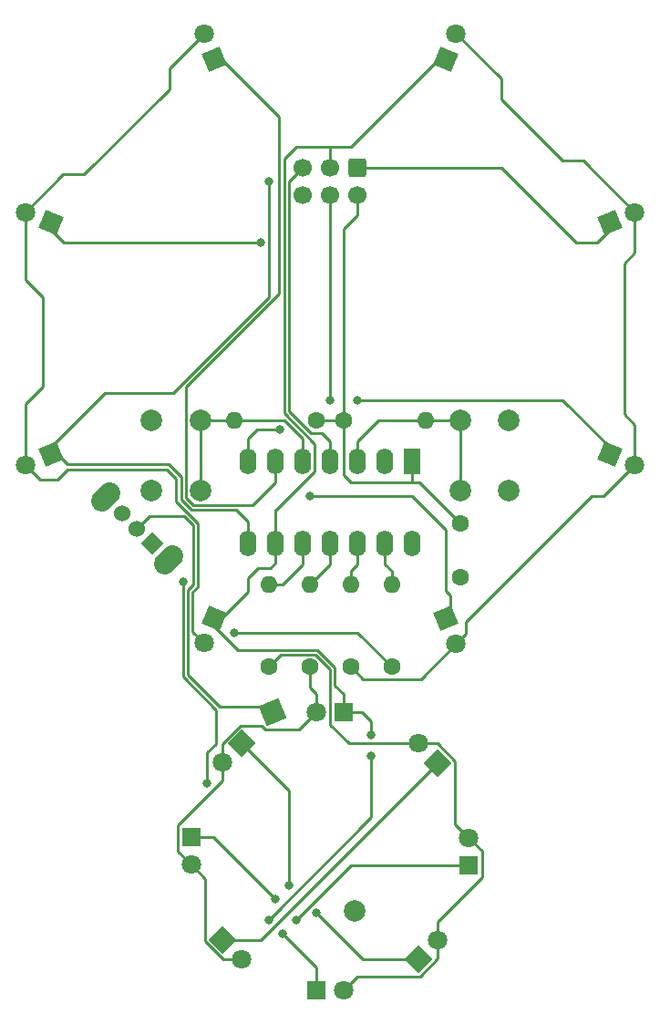
<source format=gbr>
%TF.GenerationSoftware,KiCad,Pcbnew,9.0.0*%
%TF.CreationDate,2025-02-27T14:29:49+01:00*%
%TF.ProjectId,CogLightBadgeTHT,436f674c-6967-4687-9442-616467655448,rev?*%
%TF.SameCoordinates,Original*%
%TF.FileFunction,Copper,L1,Top*%
%TF.FilePolarity,Positive*%
%FSLAX46Y46*%
G04 Gerber Fmt 4.6, Leading zero omitted, Abs format (unit mm)*
G04 Created by KiCad (PCBNEW 9.0.0) date 2025-02-27 14:29:49*
%MOMM*%
%LPD*%
G01*
G04 APERTURE LIST*
G04 Aperture macros list*
%AMRoundRect*
0 Rectangle with rounded corners*
0 $1 Rounding radius*
0 $2 $3 $4 $5 $6 $7 $8 $9 X,Y pos of 4 corners*
0 Add a 4 corners polygon primitive as box body*
4,1,4,$2,$3,$4,$5,$6,$7,$8,$9,$2,$3,0*
0 Add four circle primitives for the rounded corners*
1,1,$1+$1,$2,$3*
1,1,$1+$1,$4,$5*
1,1,$1+$1,$6,$7*
1,1,$1+$1,$8,$9*
0 Add four rect primitives between the rounded corners*
20,1,$1+$1,$2,$3,$4,$5,0*
20,1,$1+$1,$4,$5,$6,$7,0*
20,1,$1+$1,$6,$7,$8,$9,0*
20,1,$1+$1,$8,$9,$2,$3,0*%
%AMHorizOval*
0 Thick line with rounded ends*
0 $1 width*
0 $2 $3 position (X,Y) of the first rounded end (center of the circle)*
0 $4 $5 position (X,Y) of the second rounded end (center of the circle)*
0 Add line between two ends*
20,1,$1,$2,$3,$4,$5,0*
0 Add two circle primitives to create the rounded ends*
1,1,$1,$2,$3*
1,1,$1,$4,$5*%
%AMRotRect*
0 Rectangle, with rotation*
0 The origin of the aperture is its center*
0 $1 length*
0 $2 width*
0 $3 Rotation angle, in degrees counterclockwise*
0 Add horizontal line*
21,1,$1,$2,0,0,$3*%
G04 Aperture macros list end*
%TA.AperFunction,ComponentPad*%
%ADD10RotRect,1.800000X1.800000X315.000000*%
%TD*%
%TA.AperFunction,ComponentPad*%
%ADD11C,1.800000*%
%TD*%
%TA.AperFunction,ComponentPad*%
%ADD12R,1.800000X1.800000*%
%TD*%
%TA.AperFunction,ComponentPad*%
%ADD13RotRect,1.800000X1.800000X135.000000*%
%TD*%
%TA.AperFunction,ComponentPad*%
%ADD14RotRect,1.800000X1.800000X157.500000*%
%TD*%
%TA.AperFunction,ComponentPad*%
%ADD15RotRect,1.800000X1.800000X202.500000*%
%TD*%
%TA.AperFunction,ComponentPad*%
%ADD16RotRect,1.800000X1.800000X247.500000*%
%TD*%
%TA.AperFunction,ComponentPad*%
%ADD17RotRect,1.800000X1.800000X292.500000*%
%TD*%
%TA.AperFunction,ComponentPad*%
%ADD18RotRect,1.800000X1.800000X337.500000*%
%TD*%
%TA.AperFunction,ComponentPad*%
%ADD19RotRect,1.800000X1.800000X22.500000*%
%TD*%
%TA.AperFunction,ComponentPad*%
%ADD20RotRect,1.800000X1.800000X67.500000*%
%TD*%
%TA.AperFunction,ComponentPad*%
%ADD21RotRect,1.800000X1.800000X112.500000*%
%TD*%
%TA.AperFunction,ComponentPad*%
%ADD22RotRect,1.800000X1.800000X45.000000*%
%TD*%
%TA.AperFunction,ComponentPad*%
%ADD23RotRect,1.800000X1.800000X225.000000*%
%TD*%
%TA.AperFunction,ComponentPad*%
%ADD24C,2.000000*%
%TD*%
%TA.AperFunction,ComponentPad*%
%ADD25RotRect,2.000000X2.000000X202.500000*%
%TD*%
%TA.AperFunction,ComponentPad*%
%ADD26R,1.600000X2.400000*%
%TD*%
%TA.AperFunction,ComponentPad*%
%ADD27O,1.600000X2.400000*%
%TD*%
%TA.AperFunction,ComponentPad*%
%ADD28C,1.600000*%
%TD*%
%TA.AperFunction,ComponentPad*%
%ADD29O,1.600000X1.600000*%
%TD*%
%TA.AperFunction,ComponentPad*%
%ADD30RotRect,1.524000X1.524000X135.000000*%
%TD*%
%TA.AperFunction,ComponentPad*%
%ADD31C,1.524000*%
%TD*%
%TA.AperFunction,ComponentPad*%
%ADD32HorizOval,2.000000X0.353553X0.353553X-0.353553X-0.353553X0*%
%TD*%
%TA.AperFunction,ComponentPad*%
%ADD33RoundRect,0.250000X-0.600000X0.600000X-0.600000X-0.600000X0.600000X-0.600000X0.600000X0.600000X0*%
%TD*%
%TA.AperFunction,ComponentPad*%
%ADD34C,1.700000*%
%TD*%
%TA.AperFunction,ViaPad*%
%ADD35C,0.800000*%
%TD*%
%TA.AperFunction,Conductor*%
%ADD36C,0.250000*%
%TD*%
G04 APERTURE END LIST*
D10*
%TO.P,D12,1*%
%TO.N,/sink4*%
X66183202Y-132016332D03*
D11*
%TO.P,D12,2*%
%TO.N,Net-(D10-Pad2)*%
X67979253Y-133812383D03*
%TD*%
D12*
%TO.P,D15,1*%
%TO.N,/sink3*%
X89078839Y-125074814D03*
D11*
%TO.P,D15,2*%
%TO.N,Net-(D13-Pad2)*%
X89078839Y-122534814D03*
%TD*%
D13*
%TO.P,D16,1*%
%TO.N,/sink4*%
X86216960Y-115596882D03*
D11*
%TO.P,D16,2*%
%TO.N,Net-(D13-Pad2)*%
X84420909Y-113800831D03*
%TD*%
%TO.P,D3,2*%
%TO.N,Net-(D1-Pad2)*%
X47903221Y-64482995D03*
D14*
%TO.P,D3,1*%
%TO.N,/sink3*%
X50249875Y-65455011D03*
%TD*%
D11*
%TO.P,D2,2*%
%TO.N,Net-(D1-Pad2)*%
X47904476Y-87915749D03*
D15*
%TO.P,D2,1*%
%TO.N,/sink2*%
X50251130Y-86943733D03*
%TD*%
D11*
%TO.P,D1,2*%
%TO.N,Net-(D1-Pad2)*%
X64480283Y-104493811D03*
D16*
%TO.P,D1,1*%
%TO.N,/sink1*%
X65452299Y-102147157D03*
%TD*%
D12*
%TO.P,D9,1*%
%TO.N,/sink1*%
X77468100Y-110917765D03*
D11*
%TO.P,D9,2*%
%TO.N,Net-(D10-Pad2)*%
X74928100Y-110917765D03*
%TD*%
%TO.P,D8,2*%
%TO.N,Net-(D5-Pad2)*%
X87914586Y-104512789D03*
D17*
%TO.P,D8,1*%
%TO.N,/sink4*%
X86942570Y-102166135D03*
%TD*%
D18*
%TO.P,D7,1*%
%TO.N,/sink3*%
X102154310Y-86951258D03*
D11*
%TO.P,D7,2*%
%TO.N,Net-(D5-Pad2)*%
X104500964Y-87923274D03*
%TD*%
D19*
%TO.P,D6,1*%
%TO.N,/sink2*%
X102143312Y-65441119D03*
D11*
%TO.P,D6,2*%
%TO.N,Net-(D5-Pad2)*%
X104489966Y-64469103D03*
%TD*%
%TO.P,D5,2*%
%TO.N,Net-(D5-Pad2)*%
X87910256Y-47905003D03*
D20*
%TO.P,D5,1*%
%TO.N,/sink1*%
X86938240Y-50251657D03*
%TD*%
D11*
%TO.P,D4,2*%
%TO.N,Net-(D1-Pad2)*%
X64492714Y-47903782D03*
D21*
%TO.P,D4,1*%
%TO.N,/sink4*%
X65464730Y-50250436D03*
%TD*%
D11*
%TO.P,D11,2*%
%TO.N,Net-(D10-Pad2)*%
X63311052Y-125068504D03*
D12*
%TO.P,D11,1*%
%TO.N,/sink3*%
X63311052Y-122528504D03*
%TD*%
D11*
%TO.P,D14,2*%
%TO.N,Net-(D13-Pad2)*%
X86210916Y-132012193D03*
D22*
%TO.P,D14,1*%
%TO.N,/sink2*%
X84414865Y-133808244D03*
%TD*%
D12*
%TO.P,D13,1*%
%TO.N,/sink1*%
X74928347Y-136678639D03*
D11*
%TO.P,D13,2*%
%TO.N,Net-(D13-Pad2)*%
X77468347Y-136678639D03*
%TD*%
%TO.P,D10,2*%
%TO.N,Net-(D10-Pad2)*%
X66194117Y-115586576D03*
D23*
%TO.P,D10,1*%
%TO.N,/sink2*%
X67990168Y-113790525D03*
%TD*%
D24*
%TO.P,BT1,2*%
%TO.N,GND*%
X78496101Y-129368277D03*
D25*
%TO.P,BT1,1*%
%TO.N,Net-(BT1-Pad1)*%
X70842432Y-110890687D03*
%TD*%
D26*
%TO.P,U1,1*%
%TO.N,VCC*%
X83820000Y-87630000D03*
D27*
%TO.P,U1,8*%
%TO.N,/sink2*%
X68580000Y-95250000D03*
%TO.P,U1,2*%
%TO.N,Net-(U1-Pad2)*%
X81280000Y-87630000D03*
%TO.P,U1,9*%
%TO.N,/sink1*%
X71120000Y-95250000D03*
%TO.P,U1,3*%
%TO.N,Net-(R6-Pad2)*%
X78740000Y-87630000D03*
%TO.P,U1,10*%
%TO.N,/source4*%
X73660000Y-95250000D03*
%TO.P,U1,4*%
%TO.N,Net-(J1-Pad5)*%
X76200000Y-87630000D03*
%TO.P,U1,11*%
%TO.N,/source3*%
X76200000Y-95250000D03*
%TO.P,U1,5*%
%TO.N,Net-(R5-Pad2)*%
X73660000Y-87630000D03*
%TO.P,U1,12*%
%TO.N,/source2*%
X78740000Y-95250000D03*
%TO.P,U1,6*%
%TO.N,/sink4*%
X71120000Y-87630000D03*
%TO.P,U1,13*%
%TO.N,/source1*%
X81280000Y-95250000D03*
%TO.P,U1,7*%
%TO.N,/sink3*%
X68580000Y-87630000D03*
%TO.P,U1,14*%
%TO.N,GND*%
X83820000Y-95250000D03*
%TD*%
D28*
%TO.P,R3,1*%
%TO.N,Net-(D10-Pad2)*%
X74295000Y-106680000D03*
D29*
%TO.P,R3,2*%
%TO.N,/source3*%
X74295000Y-99060000D03*
%TD*%
%TO.P,R4,2*%
%TO.N,/source4*%
X70485000Y-99060000D03*
D28*
%TO.P,R4,1*%
%TO.N,Net-(D13-Pad2)*%
X70485000Y-106680000D03*
%TD*%
%TO.P,R1,1*%
%TO.N,Net-(D1-Pad2)*%
X81915000Y-106680000D03*
D29*
%TO.P,R1,2*%
%TO.N,/source1*%
X81915000Y-99060000D03*
%TD*%
%TO.P,R2,2*%
%TO.N,/source2*%
X78105000Y-99060000D03*
D28*
%TO.P,R2,1*%
%TO.N,Net-(D5-Pad2)*%
X78105000Y-106680000D03*
%TD*%
%TO.P,C1,2*%
%TO.N,GND*%
X88265000Y-98345000D03*
%TO.P,C1,1*%
%TO.N,VCC*%
X88265000Y-93345000D03*
%TD*%
D29*
%TO.P,R5,2*%
%TO.N,Net-(R5-Pad2)*%
X67310000Y-83820000D03*
D28*
%TO.P,R5,1*%
%TO.N,VCC*%
X74930000Y-83820000D03*
%TD*%
D24*
%TO.P,SW2,2*%
%TO.N,GND*%
X59635000Y-83820000D03*
%TO.P,SW2,1*%
%TO.N,Net-(R5-Pad2)*%
X64135000Y-83820000D03*
%TO.P,SW2,2*%
%TO.N,GND*%
X59635000Y-90320000D03*
%TO.P,SW2,1*%
%TO.N,Net-(R5-Pad2)*%
X64135000Y-90320000D03*
%TD*%
D30*
%TO.P,SW1,1*%
%TO.N,Net-(SW1-Pad1)*%
X59690000Y-95250000D03*
D31*
%TO.P,SW1,2*%
%TO.N,Net-(BT1-Pad1)*%
X58275786Y-93835786D03*
%TO.P,SW1,3*%
%TO.N,VCC*%
X56861572Y-92421572D03*
D32*
%TO.P,SW1,*%
%TO.N,*%
X61174924Y-96734924D03*
X55376648Y-90936648D03*
%TD*%
D28*
%TO.P,R6,1*%
%TO.N,VCC*%
X77470000Y-83820000D03*
D29*
%TO.P,R6,2*%
%TO.N,Net-(R6-Pad2)*%
X85090000Y-83820000D03*
%TD*%
D24*
%TO.P,SW3,1*%
%TO.N,Net-(R6-Pad2)*%
X88265000Y-83820000D03*
%TO.P,SW3,2*%
%TO.N,GND*%
X92765000Y-83820000D03*
%TO.P,SW3,1*%
%TO.N,Net-(R6-Pad2)*%
X88265000Y-90320000D03*
%TO.P,SW3,2*%
%TO.N,GND*%
X92765000Y-90320000D03*
%TD*%
D33*
%TO.P,J1,1*%
%TO.N,/sink2*%
X78740000Y-60325000D03*
D34*
%TO.P,J1,3*%
%TO.N,/sink1*%
X76200000Y-60325000D03*
%TO.P,J1,5*%
%TO.N,Net-(J1-Pad5)*%
X73660000Y-60325000D03*
%TO.P,J1,2*%
%TO.N,VCC*%
X78740000Y-62865000D03*
%TO.P,J1,4*%
%TO.N,/sink3*%
X76200000Y-62865000D03*
%TO.P,J1,6*%
%TO.N,GND*%
X73660000Y-62865000D03*
%TD*%
D35*
%TO.N,Net-(D1-Pad2)*%
X67310000Y-103505000D03*
%TO.N,/sink1*%
X71755000Y-131445000D03*
X70485000Y-130175000D03*
X80010000Y-114935000D03*
X80010000Y-113030000D03*
%TO.N,/sink2*%
X70485000Y-61595000D03*
X74930000Y-129540000D03*
X72390000Y-127000000D03*
%TO.N,/sink3*%
X76200000Y-81915000D03*
X69760000Y-67310000D03*
X78740000Y-81915000D03*
X71559847Y-84650153D03*
X73025000Y-130175000D03*
X71120000Y-128270000D03*
X64770000Y-117475000D03*
X62536481Y-98753519D03*
%TO.N,/sink4*%
X74295000Y-90805000D03*
%TD*%
D36*
%TO.N,Net-(BT1-Pad1)*%
X63500000Y-93555232D02*
X62654768Y-92710000D01*
X63500000Y-99058590D02*
X63500000Y-93555232D01*
X62986491Y-99572099D02*
X63500000Y-99058590D01*
X62986491Y-107436491D02*
X62986491Y-99572099D01*
X65913000Y-110363000D02*
X62986491Y-107436491D01*
X69977000Y-110363000D02*
X65913000Y-110363000D01*
X59401572Y-92710000D02*
X58275786Y-93835786D01*
X70504687Y-110890687D02*
X69977000Y-110363000D01*
X62654768Y-92710000D02*
X59401572Y-92710000D01*
X70842432Y-110890687D02*
X70504687Y-110890687D01*
%TO.N,Net-(D1-Pad2)*%
X51426216Y-60960000D02*
X47903221Y-64482995D01*
X53340000Y-60960000D02*
X51426216Y-60960000D01*
X61277500Y-51118996D02*
X61277500Y-53022500D01*
X64492714Y-47903782D02*
X61277500Y-51118996D01*
X61277500Y-53022500D02*
X53340000Y-60960000D01*
X47903221Y-64482995D02*
X47903221Y-70763221D01*
X47903221Y-70763221D02*
X49530000Y-72390000D01*
X49530000Y-72390000D02*
X49530000Y-80645000D01*
X47904476Y-82270524D02*
X47904476Y-87915749D01*
X49530000Y-80645000D02*
X47904476Y-82270524D01*
X78740000Y-103505000D02*
X81915000Y-106680000D01*
X67310000Y-103505000D02*
X78740000Y-103505000D01*
X64480283Y-104493811D02*
X63500000Y-103513528D01*
X63436500Y-103450028D02*
X64480283Y-104493811D01*
X63950010Y-99244990D02*
X63436500Y-99758500D01*
X63950010Y-93368832D02*
X63950010Y-99244990D01*
X61909979Y-89216389D02*
X61909979Y-91328801D01*
X61027600Y-88334010D02*
X61909979Y-89216389D01*
X63436500Y-99758500D02*
X63436500Y-103450028D01*
X51828162Y-88334010D02*
X61027600Y-88334010D01*
X50904086Y-89258086D02*
X51828162Y-88334010D01*
X61909979Y-91328801D02*
X63950010Y-93368832D01*
X49246813Y-89258086D02*
X50904086Y-89258086D01*
X47904476Y-87915749D02*
X49246813Y-89258086D01*
%TO.N,/sink1*%
X76200000Y-60325000D02*
X76200000Y-58420000D01*
X86273343Y-50251657D02*
X86938240Y-50251657D01*
X78105000Y-58420000D02*
X86273343Y-50251657D01*
X76200000Y-58420000D02*
X78105000Y-58420000D01*
X71120000Y-92075000D02*
X71120000Y-95250000D01*
X71206004Y-92075000D02*
X71120000Y-92075000D01*
X74785010Y-85976422D02*
X74785010Y-88495994D01*
X71939990Y-83131402D02*
X74785010Y-85976422D01*
X71939990Y-59505010D02*
X71939990Y-83131402D01*
X73025000Y-58420000D02*
X71939990Y-59505010D01*
X74785010Y-88495994D02*
X71206004Y-92075000D01*
X76200000Y-58420000D02*
X73025000Y-58420000D01*
X77468100Y-109218100D02*
X77468100Y-110917765D01*
X76650010Y-106733598D02*
X76650010Y-108400010D01*
X75021402Y-105104990D02*
X76650010Y-106733598D01*
X76650010Y-108400010D02*
X77468100Y-109218100D01*
X67639990Y-105104990D02*
X75021402Y-105104990D01*
X65452299Y-102917299D02*
X67639990Y-105104990D01*
X65452299Y-102147157D02*
X65452299Y-102917299D01*
X74928347Y-134618347D02*
X71755000Y-131445000D01*
X74928347Y-136678639D02*
X74928347Y-134618347D01*
X80010000Y-120650000D02*
X80010000Y-114935000D01*
X70485000Y-130175000D02*
X80010000Y-120650000D01*
X79167765Y-110917765D02*
X77468100Y-110917765D01*
X80010000Y-111760000D02*
X79167765Y-110917765D01*
X80010000Y-113030000D02*
X80010000Y-111760000D01*
X65452299Y-102147157D02*
X66127843Y-102147157D01*
X68580000Y-99695000D02*
X68580000Y-98425000D01*
X66127843Y-102147157D02*
X68580000Y-99695000D01*
X71120000Y-95250000D02*
X71120000Y-97028000D01*
X70675500Y-97472500D02*
X69532500Y-97472500D01*
X71120000Y-97028000D02*
X70675500Y-97472500D01*
X69532500Y-97472500D02*
X68580000Y-98425000D01*
%TO.N,/sink2*%
X102143312Y-65441119D02*
X102143312Y-66131688D01*
X102143312Y-66131688D02*
X100965000Y-67310000D01*
X99060000Y-67310000D02*
X92075000Y-60325000D01*
X100965000Y-67310000D02*
X99060000Y-67310000D01*
X78740000Y-60325000D02*
X92075000Y-60325000D01*
X50251130Y-86273870D02*
X50251130Y-86943733D01*
X55245000Y-81280000D02*
X50251130Y-86273870D01*
X61593590Y-81280000D02*
X55245000Y-81280000D01*
X70485000Y-72388590D02*
X61593590Y-81280000D01*
X70485000Y-61595000D02*
X70485000Y-72388590D01*
X79198244Y-133808244D02*
X74930000Y-129540000D01*
X84414865Y-133808244D02*
X79198244Y-133808244D01*
X72390000Y-118190357D02*
X67990168Y-113790525D01*
X72390000Y-127000000D02*
X72390000Y-118190357D01*
X50875733Y-86943733D02*
X50251130Y-86943733D01*
X51816000Y-87884000D02*
X50875733Y-86943733D01*
X62359989Y-89029989D02*
X61214000Y-87884000D01*
X62359989Y-91142401D02*
X62359989Y-89029989D01*
X61214000Y-87884000D02*
X51816000Y-87884000D01*
X63312599Y-92095011D02*
X62359989Y-91142401D01*
X67457011Y-92095011D02*
X63312599Y-92095011D01*
X68580000Y-93218000D02*
X67457011Y-92095011D01*
X68580000Y-95250000D02*
X68580000Y-93218000D01*
%TO.N,/sink3*%
X76200000Y-62865000D02*
X76200000Y-81915000D01*
X67945000Y-67310000D02*
X69760000Y-67310000D01*
X51435000Y-67310000D02*
X67945000Y-67310000D01*
X50249875Y-66124875D02*
X51435000Y-67310000D01*
X50249875Y-65455011D02*
X50249875Y-66124875D01*
X78740000Y-81915000D02*
X97790000Y-81915000D01*
X102154310Y-86279310D02*
X102154310Y-86951258D01*
X97790000Y-81915000D02*
X102154310Y-86279310D01*
X71559847Y-84650153D02*
X69410153Y-84650153D01*
X68580000Y-85480306D02*
X68580000Y-87630000D01*
X69410153Y-84650153D02*
X68580000Y-85480306D01*
X78125186Y-125074814D02*
X73025000Y-130175000D01*
X89078839Y-125074814D02*
X78125186Y-125074814D01*
X65378504Y-122528504D02*
X63311052Y-122528504D01*
X71120000Y-128270000D02*
X65378504Y-122528504D01*
X64770000Y-114641855D02*
X64770000Y-117475000D01*
X65594795Y-110681205D02*
X65594795Y-113817059D01*
X65594795Y-113817059D02*
X64770000Y-114641855D01*
X62536481Y-107622891D02*
X65594795Y-110681205D01*
X62536481Y-98753519D02*
X62536481Y-107622891D01*
%TO.N,/sink4*%
X71120000Y-89535000D02*
X71120000Y-87630000D01*
X69009999Y-91645001D02*
X71120000Y-89535000D01*
X63498999Y-91645001D02*
X69009999Y-91645001D01*
X62809999Y-90956001D02*
X63498999Y-91645001D01*
X71489980Y-72020020D02*
X62809999Y-80700001D01*
X71489980Y-55614980D02*
X71489980Y-72020020D01*
X66125436Y-50250436D02*
X71489980Y-55614980D01*
X62809999Y-80700001D02*
X62809999Y-90956001D01*
X65464730Y-50250436D02*
X66125436Y-50250436D01*
X69797510Y-132016332D02*
X86216960Y-115596882D01*
X66183202Y-132016332D02*
X69797510Y-132016332D01*
X83820000Y-90805000D02*
X74295000Y-90805000D01*
X86942570Y-93927570D02*
X83820000Y-90805000D01*
X86942570Y-102166135D02*
X86942570Y-101779430D01*
X86942570Y-101779430D02*
X87376000Y-101346000D01*
X87376000Y-100076000D02*
X86942570Y-99642570D01*
X87376000Y-101346000D02*
X87376000Y-100076000D01*
X86942570Y-99642570D02*
X86942570Y-93927570D01*
%TO.N,Net-(D10-Pad2)*%
X74295000Y-106680000D02*
X74295000Y-108585000D01*
X74928100Y-109218100D02*
X74928100Y-110917765D01*
X74295000Y-108585000D02*
X74928100Y-109218100D01*
X64585400Y-132150958D02*
X64585400Y-126342852D01*
X66246825Y-133812383D02*
X64585400Y-132150958D01*
X64585400Y-126342852D02*
X63311052Y-125068504D01*
X67979253Y-133812383D02*
X66246825Y-133812383D01*
X63311052Y-125068504D02*
X62086051Y-123843503D01*
X66194117Y-117260437D02*
X66194117Y-115586576D01*
X62086051Y-121368503D02*
X66194117Y-117260437D01*
X62086051Y-123843503D02*
X62086051Y-121368503D01*
X73323605Y-112522260D02*
X74928100Y-110917765D01*
X69837074Y-112192723D02*
X70166611Y-112522260D01*
X70166611Y-112522260D02*
X73323605Y-112522260D01*
X67855542Y-112192723D02*
X69837074Y-112192723D01*
X66194117Y-113854148D02*
X67855542Y-112192723D01*
X66194117Y-115586576D02*
X66194117Y-113854148D01*
%TO.N,/source1*%
X81280000Y-95250000D02*
X81280000Y-97155000D01*
X81915000Y-97790000D02*
X81915000Y-99060000D01*
X81280000Y-97155000D02*
X81915000Y-97790000D01*
%TO.N,/source2*%
X78740000Y-95250000D02*
X78740000Y-97155000D01*
X78105000Y-97790000D02*
X78105000Y-99060000D01*
X78740000Y-97155000D02*
X78105000Y-97790000D01*
%TO.N,/source3*%
X76200000Y-97155000D02*
X74295000Y-99060000D01*
X76200000Y-95250000D02*
X76200000Y-97155000D01*
%TO.N,VCC*%
X74930000Y-83820000D02*
X77470000Y-83820000D01*
X77470000Y-83820000D02*
X77470000Y-66040000D01*
X78740000Y-64770000D02*
X78740000Y-62865000D01*
X77470000Y-66040000D02*
X78740000Y-64770000D01*
X83820000Y-87630000D02*
X83820000Y-89535000D01*
X83820000Y-89535000D02*
X78105000Y-89535000D01*
X78105000Y-89535000D02*
X77470000Y-88900000D01*
X77470000Y-83820000D02*
X77470000Y-88900000D01*
X84455000Y-89535000D02*
X88265000Y-93345000D01*
X83820000Y-89535000D02*
X84455000Y-89535000D01*
%TO.N,Net-(J1-Pad5)*%
X76200000Y-85725000D02*
X76200000Y-87630000D01*
X75420001Y-84945001D02*
X76200000Y-85725000D01*
X72390000Y-82945002D02*
X74389999Y-84945001D01*
X72390000Y-61595000D02*
X72390000Y-82945002D01*
X74389999Y-84945001D02*
X75420001Y-84945001D01*
X73660000Y-60325000D02*
X72390000Y-61595000D01*
%TO.N,Net-(D5-Pad2)*%
X84622374Y-107805001D02*
X87914586Y-104512789D01*
X79230001Y-107805001D02*
X84622374Y-107805001D01*
X78105000Y-106680000D02*
X79230001Y-107805001D01*
X88814585Y-102492177D02*
X100501762Y-90805000D01*
X88814585Y-103612790D02*
X88814585Y-102492177D01*
X87914586Y-104512789D02*
X88814585Y-103612790D01*
X101619238Y-90805000D02*
X104500964Y-87923274D01*
X100501762Y-90805000D02*
X101619238Y-90805000D01*
X104500964Y-87923274D02*
X104500964Y-84180964D01*
X103505000Y-83185000D02*
X103505000Y-69215000D01*
X104500964Y-84180964D02*
X103505000Y-83185000D01*
X104489966Y-68230034D02*
X104489966Y-64469103D01*
X103505000Y-69215000D02*
X104489966Y-68230034D01*
X104489966Y-64469103D02*
X99710863Y-59690000D01*
X99710863Y-59690000D02*
X97790000Y-59690000D01*
X92075126Y-53975126D02*
X92075126Y-52069874D01*
X97790000Y-59690000D02*
X92075126Y-53975126D01*
X92075126Y-52069874D02*
X87910256Y-47905003D01*
%TO.N,Net-(D13-Pad2)*%
X87814762Y-121270737D02*
X89078839Y-122534814D01*
X87814762Y-115462256D02*
X87814762Y-121270737D01*
X86153337Y-113800831D02*
X87814762Y-115462256D01*
X84420909Y-113800831D02*
X86153337Y-113800831D01*
X86210916Y-130327739D02*
X86210916Y-132012193D01*
X90303840Y-126234815D02*
X86210916Y-130327739D01*
X90303840Y-123759815D02*
X90303840Y-126234815D01*
X89078839Y-122534814D02*
X90303840Y-123759815D01*
X84549491Y-135406046D02*
X78740940Y-135406046D01*
X78740940Y-135406046D02*
X77468347Y-136678639D01*
X86210916Y-133744621D02*
X84549491Y-135406046D01*
X86210916Y-132012193D02*
X86210916Y-133744621D01*
X77966164Y-113800831D02*
X76200000Y-112034667D01*
X84420909Y-113800831D02*
X77966164Y-113800831D01*
X71610001Y-105554999D02*
X70485000Y-106680000D01*
X74835001Y-105554999D02*
X71610001Y-105554999D01*
X76200000Y-106919998D02*
X74835001Y-105554999D01*
X76200000Y-112034667D02*
X76200000Y-106919998D01*
%TO.N,/source4*%
X73660000Y-95250000D02*
X73660000Y-97155000D01*
X71755000Y-99060000D02*
X70485000Y-99060000D01*
X73660000Y-97155000D02*
X71755000Y-99060000D01*
%TO.N,Net-(R5-Pad2)*%
X64135000Y-83820000D02*
X67310000Y-83820000D01*
X64135000Y-90320000D02*
X64135000Y-83820000D01*
X71755000Y-83820000D02*
X67310000Y-83820000D01*
X71992178Y-83820000D02*
X71755000Y-83820000D01*
X73660000Y-85487822D02*
X71992178Y-83820000D01*
X73660000Y-87630000D02*
X73660000Y-85487822D01*
%TO.N,Net-(R6-Pad2)*%
X88265000Y-90320000D02*
X88265000Y-83820000D01*
X88265000Y-83820000D02*
X85090000Y-83820000D01*
X78740000Y-85725000D02*
X80645000Y-83820000D01*
X85090000Y-83820000D02*
X80645000Y-83820000D01*
X78740000Y-85725000D02*
X78740000Y-87630000D01*
%TD*%
M02*

</source>
